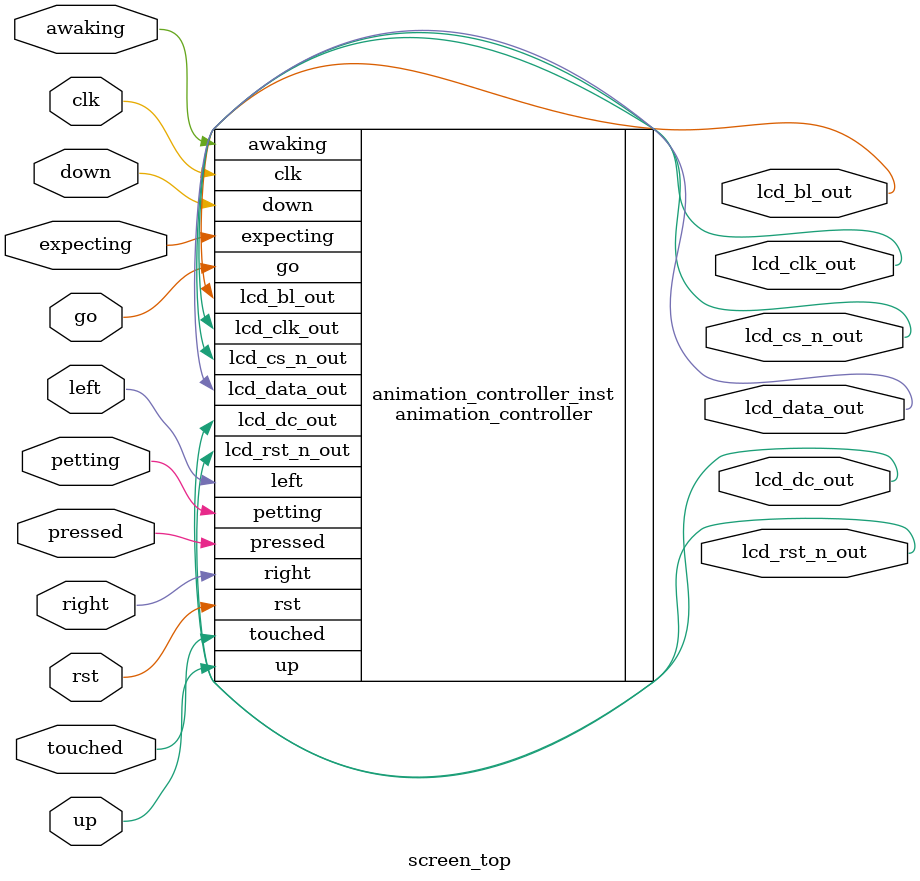
<source format=v>
module screen_top (
    input wire clk,
    input wire rst,
    input wire go,
    input wire awaking,
    input wire touched,
    input wire expecting,
    input wire petting,
    input wire pressed,
    input wire up,
    input wire down,
    input wire left,
    input wire right,

    // for lcd screen
    output wire lcd_rst_n_out,
    output wire lcd_bl_out,
    output wire lcd_dc_out,
    output wire lcd_clk_out,
    output wire lcd_data_out,
    output wire lcd_cs_n_out
);

    animation_controller animation_controller_inst (
        .clk(clk),
        .rst(rst),
        .go(go),
        .awaking(awaking),
        .touched(touched),
        .expecting(expecting),
        .petting(petting),
        .pressed(pressed),
        .up(up),
        .down(down),
        .left(left),
        .right(right),
        .lcd_rst_n_out(lcd_rst_n_out),
        .lcd_bl_out(lcd_bl_out),
        .lcd_dc_out(lcd_dc_out),
        .lcd_clk_out(lcd_clk_out),
        .lcd_data_out(lcd_data_out),
        .lcd_cs_n_out(lcd_cs_n_out)
    );

   
    
endmodule
</source>
